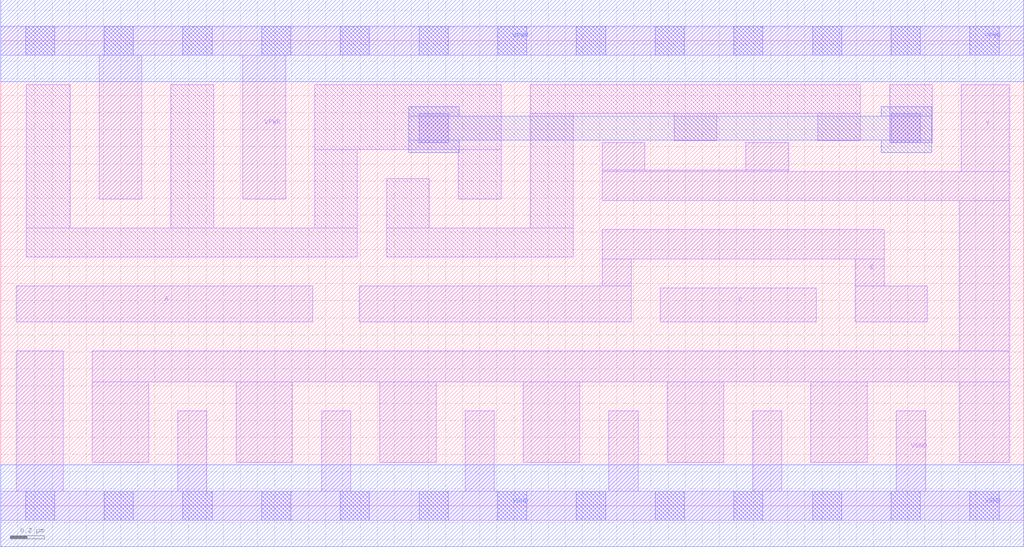
<source format=lef>
# Copyright 2020 The SkyWater PDK Authors
#
# Licensed under the Apache License, Version 2.0 (the "License");
# you may not use this file except in compliance with the License.
# You may obtain a copy of the License at
#
#     https://www.apache.org/licenses/LICENSE-2.0
#
# Unless required by applicable law or agreed to in writing, software
# distributed under the License is distributed on an "AS IS" BASIS,
# WITHOUT WARRANTIES OR CONDITIONS OF ANY KIND, either express or implied.
# See the License for the specific language governing permissions and
# limitations under the License.
#
# SPDX-License-Identifier: Apache-2.0

VERSION 5.7 ;
  NAMESCASESENSITIVE ON ;
  NOWIREEXTENSIONATPIN ON ;
  DIVIDERCHAR "/" ;
  BUSBITCHARS "[]" ;
UNITS
  DATABASE MICRONS 200 ;
END UNITS
MACRO sky130_fd_sc_hd__nor3_4
  CLASS CORE ;
  SOURCE USER ;
  FOREIGN sky130_fd_sc_hd__nor3_4 ;
  ORIGIN  0.000000  0.000000 ;
  SIZE  5.980000 BY  2.720000 ;
  SYMMETRY X Y R90 ;
  SITE unithd ;
  PIN A
    ANTENNAGATEAREA  0.990000 ;
    DIRECTION INPUT ;
    USE SIGNAL ;
    PORT
      LAYER li1 ;
        RECT 0.090000 1.075000 1.825000 1.285000 ;
    END
  END A
  PIN B
    ANTENNAGATEAREA  0.990000 ;
    DIRECTION INPUT ;
    USE SIGNAL ;
    PORT
      LAYER li1 ;
        RECT 2.095000 1.075000 3.685000 1.285000 ;
        RECT 3.515000 1.285000 3.685000 1.445000 ;
        RECT 3.515000 1.445000 5.165000 1.615000 ;
        RECT 4.995000 1.075000 5.415000 1.285000 ;
        RECT 4.995000 1.285000 5.165000 1.445000 ;
    END
  END B
  PIN C
    ANTENNAGATEAREA  0.990000 ;
    DIRECTION INPUT ;
    USE SIGNAL ;
    PORT
      LAYER li1 ;
        RECT 3.855000 1.075000 4.765000 1.275000 ;
    END
  END C
  PIN Y
    ANTENNADIFFAREA  1.593000 ;
    DIRECTION OUTPUT ;
    USE SIGNAL ;
    PORT
      LAYER li1 ;
        RECT 0.535000 0.255000 0.865000 0.725000 ;
        RECT 0.535000 0.725000 5.895000 0.905000 ;
        RECT 1.375000 0.255000 1.705000 0.725000 ;
        RECT 2.215000 0.255000 2.545000 0.725000 ;
        RECT 3.055000 0.255000 3.385000 0.725000 ;
        RECT 3.515000 1.785000 5.895000 1.955000 ;
        RECT 3.515000 1.955000 4.605000 1.965000 ;
        RECT 3.515000 1.965000 3.765000 2.125000 ;
        RECT 3.895000 0.255000 4.225000 0.725000 ;
        RECT 4.355000 1.965000 4.605000 2.125000 ;
        RECT 4.735000 0.255000 5.065000 0.725000 ;
        RECT 5.605000 0.255000 5.895000 0.725000 ;
        RECT 5.605000 0.905000 5.895000 1.785000 ;
        RECT 5.615000 1.955000 5.895000 2.465000 ;
    END
  END Y
  PIN VGND
    DIRECTION INOUT ;
    SHAPE ABUTMENT ;
    USE GROUND ;
    PORT
      LAYER li1 ;
        RECT 0.000000 -0.085000 5.980000 0.085000 ;
        RECT 0.090000  0.085000 0.365000 0.905000 ;
        RECT 1.035000  0.085000 1.205000 0.555000 ;
        RECT 1.875000  0.085000 2.045000 0.555000 ;
        RECT 2.715000  0.085000 2.885000 0.555000 ;
        RECT 3.555000  0.085000 3.725000 0.555000 ;
        RECT 4.395000  0.085000 4.565000 0.555000 ;
        RECT 5.235000  0.085000 5.405000 0.555000 ;
      LAYER mcon ;
        RECT 0.145000 -0.085000 0.315000 0.085000 ;
        RECT 0.605000 -0.085000 0.775000 0.085000 ;
        RECT 1.065000 -0.085000 1.235000 0.085000 ;
        RECT 1.525000 -0.085000 1.695000 0.085000 ;
        RECT 1.985000 -0.085000 2.155000 0.085000 ;
        RECT 2.445000 -0.085000 2.615000 0.085000 ;
        RECT 2.905000 -0.085000 3.075000 0.085000 ;
        RECT 3.365000 -0.085000 3.535000 0.085000 ;
        RECT 3.825000 -0.085000 3.995000 0.085000 ;
        RECT 4.285000 -0.085000 4.455000 0.085000 ;
        RECT 4.745000 -0.085000 4.915000 0.085000 ;
        RECT 5.205000 -0.085000 5.375000 0.085000 ;
        RECT 5.665000 -0.085000 5.835000 0.085000 ;
      LAYER met1 ;
        RECT 0.000000 -0.240000 5.980000 0.240000 ;
    END
  END VGND
  PIN VPWR
    DIRECTION INOUT ;
    SHAPE ABUTMENT ;
    USE POWER ;
    PORT
      LAYER li1 ;
        RECT 0.000000 2.635000 5.980000 2.805000 ;
        RECT 0.575000 1.795000 0.825000 2.635000 ;
        RECT 1.415000 1.795000 1.665000 2.635000 ;
      LAYER mcon ;
        RECT 0.145000 2.635000 0.315000 2.805000 ;
        RECT 0.605000 2.635000 0.775000 2.805000 ;
        RECT 1.065000 2.635000 1.235000 2.805000 ;
        RECT 1.525000 2.635000 1.695000 2.805000 ;
        RECT 1.985000 2.635000 2.155000 2.805000 ;
        RECT 2.445000 2.635000 2.615000 2.805000 ;
        RECT 2.905000 2.635000 3.075000 2.805000 ;
        RECT 3.365000 2.635000 3.535000 2.805000 ;
        RECT 3.825000 2.635000 3.995000 2.805000 ;
        RECT 4.285000 2.635000 4.455000 2.805000 ;
        RECT 4.745000 2.635000 4.915000 2.805000 ;
        RECT 5.205000 2.635000 5.375000 2.805000 ;
        RECT 5.665000 2.635000 5.835000 2.805000 ;
      LAYER met1 ;
        RECT 0.000000 2.480000 5.980000 2.960000 ;
    END
  END VPWR
  OBS
    LAYER li1 ;
      RECT 0.150000 1.455000 2.085000 1.625000 ;
      RECT 0.150000 1.625000 0.405000 2.465000 ;
      RECT 0.995000 1.625000 1.245000 2.465000 ;
      RECT 1.835000 1.625000 2.085000 2.085000 ;
      RECT 1.835000 2.085000 2.925000 2.465000 ;
      RECT 2.255000 1.455000 3.345000 1.625000 ;
      RECT 2.255000 1.625000 2.505000 1.915000 ;
      RECT 2.675000 1.795000 2.925000 2.085000 ;
      RECT 3.095000 1.625000 3.345000 2.295000 ;
      RECT 3.095000 2.295000 5.025000 2.465000 ;
      RECT 3.935000 2.135000 4.185000 2.295000 ;
      RECT 4.775000 2.135000 5.025000 2.295000 ;
      RECT 5.195000 2.125000 5.445000 2.465000 ;
    LAYER mcon ;
      RECT 2.445000 2.125000 2.615000 2.295000 ;
      RECT 5.205000 2.125000 5.375000 2.295000 ;
    LAYER met1 ;
      RECT 2.385000 2.065000 2.680000 2.140000 ;
      RECT 2.385000 2.140000 5.440000 2.280000 ;
      RECT 2.385000 2.280000 2.680000 2.335000 ;
      RECT 5.145000 2.065000 5.440000 2.140000 ;
      RECT 5.145000 2.280000 5.440000 2.335000 ;
  END
END sky130_fd_sc_hd__nor3_4

</source>
